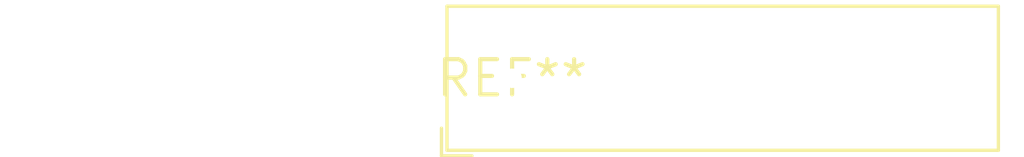
<source format=kicad_pcb>
(kicad_pcb (version 20240108) (generator pcbnew)
  (layers (0 "F.Cu" signal) (31 "B.Cu" signal) (34 "B.Paste" user) (35 "F.Paste" user) (36 "B.SilkS" user "B.Silkscreen") (37 "F.SilkS" user "F.Silkscreen") (38 "B.Mask" user) (39 "F.Mask" user) (44 "Edge.Cuts" user))
  (net 0 "")
  (footprint "Relay_SPST_StandexMeder_SIL_Form1B" (layer "F.Cu") (at 0 0)
    (property "Reference" "REF**")
    (property "Value" "Relay_SPST_StandexMeder_SIL_Form1B")
    (fp_line (start -2.55 2.8) (end -2.55 1.8) (layer "F.SilkS") (stroke (width 0.12)))
    (fp_line (start -2.35 -2.6) (end 17.55 -2.6) (layer "F.SilkS") (stroke (width 0.12)))
    (fp_line (start -2.35 2.6) (end -2.35 -2.6) (layer "F.SilkS") (stroke (width 0.12)))
    (fp_line (start -1.45 2.8) (end -2.55 2.8) (layer "F.SilkS") (stroke (width 0.12)))
    (fp_line (start 17.55 -2.6) (end 17.55 2.6) (layer "F.SilkS") (stroke (width 0.12)))
    (fp_line (start 17.55 2.6) (end -2.35 2.6) (layer "F.SilkS") (stroke (width 0.12)))
    (pad "1" thru_hole rect (at 0 0) (size 1.4 1.4) (drill 0.7) (layers *.Cu *.Mask) (remove_unused_layers))
    (pad "3" thru_hole circle (at 5.08 0) (size 1.4 1.4) (drill 0.7) (layers *.Cu *.Mask) (remove_unused_layers))
    (pad "5" thru_hole circle (at 10.16 0) (size 1.4 1.4) (drill 0.7) (layers *.Cu *.Mask) (remove_unused_layers))
    (pad "7" thru_hole circle (at 15.24 0) (size 1.4 1.4) (drill 0.7) (layers *.Cu *.Mask) (remove_unused_layers))
  )
)
</source>
